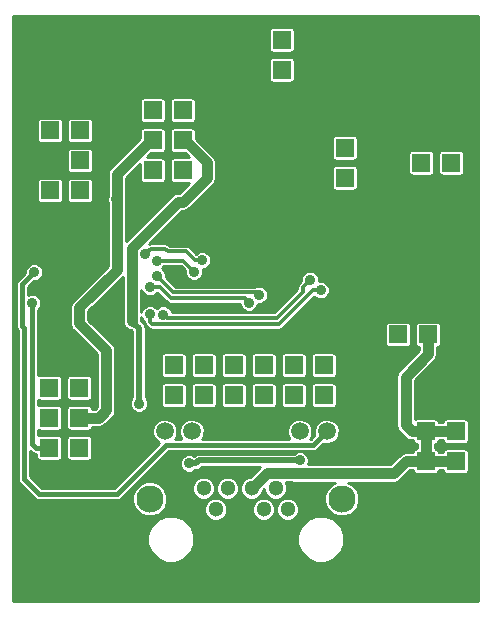
<source format=gbr>
G04 #@! TF.FileFunction,Copper,L1,Top,Signal*
%FSLAX46Y46*%
G04 Gerber Fmt 4.6, Leading zero omitted, Abs format (unit mm)*
G04 Created by KiCad (PCBNEW 0.201602161416+6560~42~ubuntu15.10.1-product) date St 17. únor 2016, 15:56:30 CET*
%MOMM*%
G01*
G04 APERTURE LIST*
%ADD10C,0.300000*%
%ADD11C,2.300000*%
%ADD12C,1.300000*%
%ADD13C,1.500000*%
%ADD14R,1.524000X1.524000*%
%ADD15C,6.000000*%
%ADD16C,0.890000*%
%ADD17C,0.900000*%
%ADD18C,0.400000*%
%ADD19C,0.500000*%
%ADD20C,0.254000*%
G04 APERTURE END LIST*
D10*
D11*
X28450000Y9272000D03*
X12190000Y9272000D03*
D12*
X17780000Y8382000D03*
X19810000Y8382000D03*
X21840000Y8382000D03*
X23870000Y8382000D03*
X16760000Y10162000D03*
X18790000Y10162000D03*
X20820000Y10162000D03*
X22850000Y10162000D03*
D13*
X27180000Y14982000D03*
X24890000Y14982000D03*
X15750000Y14982000D03*
X13460000Y14982000D03*
D14*
X35560000Y17526000D03*
X38100000Y17526000D03*
X35560000Y14986000D03*
X38100000Y14986000D03*
X35560000Y12446000D03*
X38100000Y12446000D03*
X35560000Y9906000D03*
X38100000Y9906000D03*
X14224000Y18034000D03*
X14224000Y20574000D03*
X16764000Y18034000D03*
X16764000Y20574000D03*
X19304000Y18034000D03*
X19304000Y20574000D03*
X21844000Y18034000D03*
X21844000Y20574000D03*
X24384000Y18034000D03*
X24384000Y20574000D03*
X26924000Y18034000D03*
X26924000Y20574000D03*
X35179000Y40259000D03*
X37719000Y40259000D03*
X35179000Y37719000D03*
X37719000Y37719000D03*
X35179000Y35179000D03*
X37719000Y35179000D03*
X28702000Y38989000D03*
X28702000Y36449000D03*
X14986000Y37084000D03*
X14986000Y39624000D03*
X14986000Y42164000D03*
X20828000Y45593000D03*
X20828000Y48133000D03*
X23368000Y45593000D03*
X23368000Y48133000D03*
X25908000Y45593000D03*
X25908000Y48133000D03*
X3746500Y37909500D03*
X6286500Y37909500D03*
X6286500Y40449500D03*
X3746500Y40449500D03*
X6223000Y21209000D03*
X3683000Y21209000D03*
X6223000Y13589000D03*
X3683000Y13589000D03*
X6223000Y16129000D03*
X3683000Y16129000D03*
X6223000Y18669000D03*
X3683000Y18669000D03*
X6223000Y11049000D03*
X3683000Y11049000D03*
D15*
X5080000Y45720000D03*
X35560000Y5080000D03*
X5080000Y5080000D03*
X35560000Y45720000D03*
D14*
X12446000Y37084000D03*
X12446000Y39624000D03*
X12446000Y42164000D03*
X33210500Y23177500D03*
X35750500Y23177500D03*
X6286500Y35369500D03*
X3746500Y35369500D03*
D16*
X23114000Y21844000D03*
X23114000Y22733000D03*
X12446000Y21463000D03*
X12700000Y20193000D03*
X16764000Y22034500D03*
X18478500Y22034500D03*
X12700000Y18796000D03*
X24892000Y12509500D03*
X15494000Y12255500D03*
X10673078Y24302720D03*
X11272520Y17332960D03*
X15013002Y34417000D03*
X6212840Y24109681D03*
X9372600Y34625278D03*
X2413000Y28448000D03*
X16637000Y29464000D03*
X11811000Y29972000D03*
X15924765Y28507789D03*
X12775132Y29436956D03*
X21443851Y26542524D03*
X12770702Y28160372D03*
X12192000Y27178000D03*
X20569627Y25875237D03*
X25776627Y27817373D03*
X13322300Y24866600D03*
X26670000Y26924000D03*
X12192000Y24892000D03*
X2225040Y25852120D03*
D17*
X24318897Y11462001D02*
X24366399Y11414499D01*
X20820000Y10162000D02*
X22120001Y11462001D01*
X22120001Y11462001D02*
X24318897Y11462001D01*
X24366399Y11414499D02*
X32866499Y11414499D01*
X32866499Y11414499D02*
X33898000Y12446000D01*
X33898000Y12446000D02*
X35560000Y12446000D01*
X35560000Y12446000D02*
X38100000Y12446000D01*
X35560000Y12446000D02*
X35560000Y14986000D01*
X35560000Y14986000D02*
X38100000Y14986000D01*
X35750500Y21515500D02*
X35750500Y23177500D01*
X33845500Y19610500D02*
X35750500Y21515500D01*
X33845500Y15494000D02*
X33845500Y19610500D01*
X34353500Y14986000D02*
X33845500Y15494000D01*
X35560000Y14986000D02*
X34353500Y14986000D01*
D18*
X23114000Y22733000D02*
X23124301Y21854301D01*
X23124301Y21854301D02*
X23114000Y21844000D01*
D10*
X12700000Y18796000D02*
X12636500Y21755100D01*
X12146001Y21163001D02*
X12446000Y21463000D01*
X12636500Y21755100D02*
X12146001Y21163001D01*
X18478500Y22034500D02*
X16764000Y22034500D01*
D19*
X24262675Y12509500D02*
X24892000Y12509500D01*
X16377325Y12509500D02*
X24262675Y12509500D01*
X16123325Y12255500D02*
X16377325Y12509500D01*
X15494000Y12255500D02*
X16123325Y12255500D01*
D17*
X14588738Y34417000D02*
X10673078Y30501340D01*
X15013002Y34417000D02*
X14588738Y34417000D01*
D19*
X11272520Y17332960D02*
X11272520Y23703278D01*
D17*
X10673078Y30501340D02*
X10673078Y24726984D01*
D19*
X10973077Y24002721D02*
X10673078Y24302720D01*
D17*
X10673078Y24726984D02*
X10673078Y24302720D01*
D19*
X11272520Y23703278D02*
X10973077Y24002721D01*
D17*
X17018000Y37746002D02*
X17018000Y36421998D01*
X17018000Y36421998D02*
X15013002Y34417000D01*
X14986000Y39624000D02*
X15140002Y39624000D01*
X15140002Y39624000D02*
X17018000Y37746002D01*
X8498949Y21823572D02*
X6512839Y23809682D01*
X8498949Y16742949D02*
X8498949Y21823572D01*
X7885000Y16129000D02*
X8498949Y16742949D01*
X6223000Y16129000D02*
X7885000Y16129000D01*
X6512839Y23809682D02*
X6212840Y24109681D01*
X9398000Y34639640D02*
X9398000Y28671520D01*
X9398000Y28671520D02*
X6212840Y25486360D01*
X6212840Y25486360D02*
X6212840Y24150320D01*
D19*
X9386962Y34639640D02*
X9372600Y34625278D01*
X9398000Y34639640D02*
X9386962Y34639640D01*
D17*
X9398000Y36730002D02*
X9398000Y34639640D01*
X12446000Y39624000D02*
X12291998Y39624000D01*
X12291998Y39624000D02*
X9398000Y36730002D01*
D18*
X1380039Y26035000D02*
X1380039Y23893999D01*
X1380039Y26257721D02*
X1380039Y26035000D01*
X1380039Y26035000D02*
X1380039Y27415039D01*
X1380039Y27415039D02*
X2413000Y28448000D01*
X1525038Y10962960D02*
X1525038Y23749000D01*
X1380039Y23893999D02*
X1525038Y23749000D01*
X9398000Y9652000D02*
X2835998Y9652000D01*
X26029999Y13831999D02*
X13577999Y13831999D01*
X13577999Y13831999D02*
X9398000Y9652000D01*
X27180000Y14982000D02*
X26029999Y13831999D01*
X2835998Y9652000D02*
X1525038Y10962960D01*
D10*
X16637000Y29464000D02*
X16007675Y29464000D01*
X12255999Y30416999D02*
X11811000Y29972000D01*
X16007675Y29464000D02*
X15263973Y30207702D01*
X15263973Y30207702D02*
X13716000Y30207702D01*
X13716000Y30207702D02*
X13506703Y30416999D01*
X13506703Y30416999D02*
X12255999Y30416999D01*
X14732000Y29436956D02*
X12775132Y29436956D01*
X15924765Y28507789D02*
X14995598Y29436956D01*
X14995598Y29436956D02*
X14732000Y29436956D01*
X21443851Y26542524D02*
X21252875Y26733500D01*
X21252875Y26733500D02*
X14197574Y26733500D01*
X14197574Y26733500D02*
X12770702Y28160372D01*
X20569627Y25875237D02*
X20219364Y26225500D01*
X12821325Y27178000D02*
X12192000Y27178000D01*
X20219364Y26225500D02*
X13970000Y26225500D01*
X13970000Y26225500D02*
X13023175Y27172325D01*
X13023175Y27172325D02*
X12827000Y27172325D01*
X12827000Y27172325D02*
X12821325Y27178000D01*
X13322300Y24866600D02*
X13614400Y24574500D01*
X13614400Y24574500D02*
X22950933Y24574500D01*
X22950933Y24574500D02*
X25173440Y26797007D01*
X25173440Y26797007D02*
X25173440Y27214186D01*
X25173440Y27214186D02*
X25776627Y27817373D01*
X26670000Y26924000D02*
X26007567Y26924000D01*
X26007567Y26924000D02*
X23155166Y24071599D01*
X23155166Y24071599D02*
X12383076Y24071599D01*
X12383076Y24071599D02*
X12192000Y24262675D01*
X12192000Y24262675D02*
X12192000Y24892000D01*
D18*
X2225040Y25427856D02*
X2225040Y25852120D01*
X2225040Y13884960D02*
X2225040Y25427856D01*
X2521000Y13589000D02*
X2225040Y13884960D01*
X3683000Y13589000D02*
X2521000Y13589000D01*
D20*
G36*
X40009000Y631000D02*
X631000Y631000D01*
X631000Y5450476D01*
X11992657Y5450476D01*
X12293003Y4723582D01*
X12848657Y4166958D01*
X13575025Y3865344D01*
X14361524Y3864657D01*
X15088418Y4165003D01*
X15645042Y4720657D01*
X15946656Y5447025D01*
X15946659Y5450476D01*
X24692657Y5450476D01*
X24993003Y4723582D01*
X25548657Y4166958D01*
X26275025Y3865344D01*
X27061524Y3864657D01*
X27788418Y4165003D01*
X28345042Y4720657D01*
X28646656Y5447025D01*
X28647343Y6233524D01*
X28346997Y6960418D01*
X27791343Y7517042D01*
X27064975Y7818656D01*
X26278476Y7819343D01*
X25551582Y7518997D01*
X24994958Y6963343D01*
X24693344Y6236975D01*
X24692657Y5450476D01*
X15946659Y5450476D01*
X15947343Y6233524D01*
X15646997Y6960418D01*
X15091343Y7517042D01*
X14364975Y7818656D01*
X13578476Y7819343D01*
X12851582Y7518997D01*
X12294958Y6963343D01*
X11993344Y6236975D01*
X11992657Y5450476D01*
X631000Y5450476D01*
X631000Y8979495D01*
X10712744Y8979495D01*
X10937130Y8436440D01*
X11352254Y8020591D01*
X11894918Y7795257D01*
X12482505Y7794744D01*
X13025560Y8019130D01*
X13195240Y8188515D01*
X16802830Y8188515D01*
X16951256Y7829297D01*
X17225851Y7554222D01*
X17584810Y7405170D01*
X17973485Y7404830D01*
X18332703Y7553256D01*
X18607778Y7827851D01*
X18756830Y8186810D01*
X18756831Y8188515D01*
X20862830Y8188515D01*
X21011256Y7829297D01*
X21285851Y7554222D01*
X21644810Y7405170D01*
X22033485Y7404830D01*
X22392703Y7553256D01*
X22667778Y7827851D01*
X22816830Y8186810D01*
X22816831Y8188515D01*
X22892830Y8188515D01*
X23041256Y7829297D01*
X23315851Y7554222D01*
X23674810Y7405170D01*
X24063485Y7404830D01*
X24422703Y7553256D01*
X24697778Y7827851D01*
X24846830Y8186810D01*
X24847170Y8575485D01*
X24698744Y8934703D01*
X24424149Y9209778D01*
X24065190Y9358830D01*
X23676515Y9359170D01*
X23317297Y9210744D01*
X23042222Y8936149D01*
X22893170Y8577190D01*
X22892830Y8188515D01*
X22816831Y8188515D01*
X22817170Y8575485D01*
X22668744Y8934703D01*
X22394149Y9209778D01*
X22035190Y9358830D01*
X21646515Y9359170D01*
X21287297Y9210744D01*
X21012222Y8936149D01*
X20863170Y8577190D01*
X20862830Y8188515D01*
X18756831Y8188515D01*
X18757170Y8575485D01*
X18608744Y8934703D01*
X18334149Y9209778D01*
X17975190Y9358830D01*
X17586515Y9359170D01*
X17227297Y9210744D01*
X16952222Y8936149D01*
X16803170Y8577190D01*
X16802830Y8188515D01*
X13195240Y8188515D01*
X13441409Y8434254D01*
X13666743Y8976918D01*
X13667256Y9564505D01*
X13500323Y9968515D01*
X15782830Y9968515D01*
X15931256Y9609297D01*
X16205851Y9334222D01*
X16564810Y9185170D01*
X16953485Y9184830D01*
X17312703Y9333256D01*
X17587778Y9607851D01*
X17736830Y9966810D01*
X17736831Y9968515D01*
X17812830Y9968515D01*
X17961256Y9609297D01*
X18235851Y9334222D01*
X18594810Y9185170D01*
X18983485Y9184830D01*
X19342703Y9333256D01*
X19617778Y9607851D01*
X19766830Y9966810D01*
X19767170Y10355485D01*
X19618744Y10714703D01*
X19344149Y10989778D01*
X18985190Y11138830D01*
X18596515Y11139170D01*
X18237297Y10990744D01*
X17962222Y10716149D01*
X17813170Y10357190D01*
X17812830Y9968515D01*
X17736831Y9968515D01*
X17737170Y10355485D01*
X17588744Y10714703D01*
X17314149Y10989778D01*
X16955190Y11138830D01*
X16566515Y11139170D01*
X16207297Y10990744D01*
X15932222Y10716149D01*
X15783170Y10357190D01*
X15782830Y9968515D01*
X13500323Y9968515D01*
X13442870Y10107560D01*
X13027746Y10523409D01*
X12485082Y10748743D01*
X11897495Y10749256D01*
X11354440Y10524870D01*
X10938591Y10109746D01*
X10713257Y9567082D01*
X10712744Y8979495D01*
X631000Y8979495D01*
X631000Y27415039D01*
X853039Y27415039D01*
X853039Y23893999D01*
X893154Y23692324D01*
X998038Y23535356D01*
X998038Y10962960D01*
X1038153Y10761285D01*
X1152393Y10590315D01*
X2463352Y9279355D01*
X2577592Y9203022D01*
X2634324Y9165115D01*
X2835998Y9125000D01*
X9398000Y9125000D01*
X9599675Y9165115D01*
X9770645Y9279355D01*
X12593903Y12102613D01*
X14721867Y12102613D01*
X14839149Y11818769D01*
X15056126Y11601412D01*
X15339766Y11483635D01*
X15646887Y11483367D01*
X15930731Y11600649D01*
X16008718Y11678500D01*
X16123320Y11678500D01*
X16123325Y11678499D01*
X16344133Y11722422D01*
X16531326Y11847499D01*
X16616327Y11932500D01*
X21491656Y11932500D01*
X20698263Y11139107D01*
X20626515Y11139170D01*
X20267297Y10990744D01*
X19992222Y10716149D01*
X19843170Y10357190D01*
X19842830Y9968515D01*
X19991256Y9609297D01*
X20265851Y9334222D01*
X20624810Y9185170D01*
X21013485Y9184830D01*
X21372703Y9333256D01*
X21647778Y9607851D01*
X21796830Y9966810D01*
X21796894Y10040050D01*
X21872959Y10116115D01*
X21872830Y9968515D01*
X22021256Y9609297D01*
X22295851Y9334222D01*
X22654810Y9185170D01*
X23043485Y9184830D01*
X23402703Y9333256D01*
X23677778Y9607851D01*
X23826830Y9966810D01*
X23827170Y10355485D01*
X23691017Y10685001D01*
X24127592Y10685001D01*
X24366399Y10637499D01*
X27887023Y10637499D01*
X27614440Y10524870D01*
X27198591Y10109746D01*
X26973257Y9567082D01*
X26972744Y8979495D01*
X27197130Y8436440D01*
X27612254Y8020591D01*
X28154918Y7795257D01*
X28742505Y7794744D01*
X29285560Y8019130D01*
X29701409Y8434254D01*
X29926743Y8976918D01*
X29927256Y9564505D01*
X29702870Y10107560D01*
X29287746Y10523409D01*
X29012987Y10637499D01*
X32866499Y10637499D01*
X33163844Y10696645D01*
X33415921Y10865077D01*
X34219844Y11669000D01*
X34467578Y11669000D01*
X34489973Y11556411D01*
X34562246Y11448246D01*
X34670411Y11375973D01*
X34798000Y11350594D01*
X36322000Y11350594D01*
X36449589Y11375973D01*
X36557754Y11448246D01*
X36630027Y11556411D01*
X36652422Y11669000D01*
X37007578Y11669000D01*
X37029973Y11556411D01*
X37102246Y11448246D01*
X37210411Y11375973D01*
X37338000Y11350594D01*
X38862000Y11350594D01*
X38989589Y11375973D01*
X39097754Y11448246D01*
X39170027Y11556411D01*
X39195406Y11684000D01*
X39195406Y13208000D01*
X39170027Y13335589D01*
X39097754Y13443754D01*
X38989589Y13516027D01*
X38862000Y13541406D01*
X37338000Y13541406D01*
X37210411Y13516027D01*
X37102246Y13443754D01*
X37029973Y13335589D01*
X37007578Y13223000D01*
X36652422Y13223000D01*
X36630027Y13335589D01*
X36557754Y13443754D01*
X36449589Y13516027D01*
X36337000Y13538422D01*
X36337000Y13893578D01*
X36449589Y13915973D01*
X36557754Y13988246D01*
X36630027Y14096411D01*
X36652422Y14209000D01*
X37007578Y14209000D01*
X37029973Y14096411D01*
X37102246Y13988246D01*
X37210411Y13915973D01*
X37338000Y13890594D01*
X38862000Y13890594D01*
X38989589Y13915973D01*
X39097754Y13988246D01*
X39170027Y14096411D01*
X39195406Y14224000D01*
X39195406Y15748000D01*
X39170027Y15875589D01*
X39097754Y15983754D01*
X38989589Y16056027D01*
X38862000Y16081406D01*
X37338000Y16081406D01*
X37210411Y16056027D01*
X37102246Y15983754D01*
X37029973Y15875589D01*
X37007578Y15763000D01*
X36652422Y15763000D01*
X36630027Y15875589D01*
X36557754Y15983754D01*
X36449589Y16056027D01*
X36322000Y16081406D01*
X34798000Y16081406D01*
X34670411Y16056027D01*
X34622500Y16024014D01*
X34622500Y19288656D01*
X36299922Y20966078D01*
X36468354Y21218155D01*
X36527500Y21515500D01*
X36527500Y22085078D01*
X36640089Y22107473D01*
X36748254Y22179746D01*
X36820527Y22287911D01*
X36845906Y22415500D01*
X36845906Y23939500D01*
X36820527Y24067089D01*
X36748254Y24175254D01*
X36640089Y24247527D01*
X36512500Y24272906D01*
X34988500Y24272906D01*
X34860911Y24247527D01*
X34752746Y24175254D01*
X34680473Y24067089D01*
X34655094Y23939500D01*
X34655094Y22415500D01*
X34680473Y22287911D01*
X34752746Y22179746D01*
X34860911Y22107473D01*
X34973500Y22085078D01*
X34973500Y21837344D01*
X33296078Y20159922D01*
X33127646Y19907845D01*
X33068500Y19610500D01*
X33068500Y15494000D01*
X33127646Y15196655D01*
X33296078Y14944578D01*
X33804078Y14436578D01*
X34056155Y14268146D01*
X34353500Y14209000D01*
X34467578Y14209000D01*
X34489973Y14096411D01*
X34562246Y13988246D01*
X34670411Y13915973D01*
X34783000Y13893578D01*
X34783000Y13538422D01*
X34670411Y13516027D01*
X34562246Y13443754D01*
X34489973Y13335589D01*
X34467578Y13223000D01*
X33898000Y13223000D01*
X33600655Y13163854D01*
X33348578Y12995422D01*
X32544655Y12191499D01*
X25595863Y12191499D01*
X25663865Y12355266D01*
X25664133Y12662387D01*
X25546851Y12946231D01*
X25329874Y13163588D01*
X25046234Y13281365D01*
X24739113Y13281633D01*
X24455269Y13164351D01*
X24377282Y13086500D01*
X16377325Y13086500D01*
X16156517Y13042578D01*
X15969324Y12917501D01*
X15969322Y12917498D01*
X15946630Y12894806D01*
X15931874Y12909588D01*
X15648234Y13027365D01*
X15341113Y13027633D01*
X15057269Y12910351D01*
X14839912Y12693374D01*
X14722135Y12409734D01*
X14721867Y12102613D01*
X12593903Y12102613D01*
X13796289Y13304999D01*
X26029999Y13304999D01*
X26231674Y13345114D01*
X26402644Y13459354D01*
X26882616Y13939326D01*
X26964832Y13905187D01*
X27393289Y13904813D01*
X27789275Y14068431D01*
X28092504Y14371132D01*
X28256813Y14766832D01*
X28257187Y15195289D01*
X28093569Y15591275D01*
X27790868Y15894504D01*
X27395168Y16058813D01*
X26966711Y16059187D01*
X26570725Y15895569D01*
X26267496Y15592868D01*
X26103187Y15197168D01*
X26102813Y14768711D01*
X26137492Y14684782D01*
X25811709Y14358999D01*
X25790350Y14358999D01*
X25802504Y14371132D01*
X25966813Y14766832D01*
X25967187Y15195289D01*
X25803569Y15591275D01*
X25500868Y15894504D01*
X25105168Y16058813D01*
X24676711Y16059187D01*
X24280725Y15895569D01*
X23977496Y15592868D01*
X23813187Y15197168D01*
X23812813Y14768711D01*
X23976431Y14372725D01*
X23990133Y14358999D01*
X16650350Y14358999D01*
X16662504Y14371132D01*
X16826813Y14766832D01*
X16827187Y15195289D01*
X16663569Y15591275D01*
X16360868Y15894504D01*
X15965168Y16058813D01*
X15536711Y16059187D01*
X15140725Y15895569D01*
X14837496Y15592868D01*
X14673187Y15197168D01*
X14672813Y14768711D01*
X14836431Y14372725D01*
X14850133Y14358999D01*
X14360350Y14358999D01*
X14372504Y14371132D01*
X14536813Y14766832D01*
X14537187Y15195289D01*
X14373569Y15591275D01*
X14070868Y15894504D01*
X13675168Y16058813D01*
X13246711Y16059187D01*
X12850725Y15895569D01*
X12547496Y15592868D01*
X12383187Y15197168D01*
X12382813Y14768711D01*
X12546431Y14372725D01*
X12849132Y14069496D01*
X13005342Y14004632D01*
X9179710Y10179000D01*
X3054289Y10179000D01*
X2052038Y11181250D01*
X2052038Y13312671D01*
X2148355Y13216354D01*
X2319326Y13102115D01*
X2521000Y13062000D01*
X2587594Y13062000D01*
X2587594Y12827000D01*
X2612973Y12699411D01*
X2685246Y12591246D01*
X2793411Y12518973D01*
X2921000Y12493594D01*
X4445000Y12493594D01*
X4572589Y12518973D01*
X4680754Y12591246D01*
X4753027Y12699411D01*
X4778406Y12827000D01*
X4778406Y14351000D01*
X5127594Y14351000D01*
X5127594Y12827000D01*
X5152973Y12699411D01*
X5225246Y12591246D01*
X5333411Y12518973D01*
X5461000Y12493594D01*
X6985000Y12493594D01*
X7112589Y12518973D01*
X7220754Y12591246D01*
X7293027Y12699411D01*
X7318406Y12827000D01*
X7318406Y14351000D01*
X7293027Y14478589D01*
X7220754Y14586754D01*
X7112589Y14659027D01*
X6985000Y14684406D01*
X5461000Y14684406D01*
X5333411Y14659027D01*
X5225246Y14586754D01*
X5152973Y14478589D01*
X5127594Y14351000D01*
X4778406Y14351000D01*
X4753027Y14478589D01*
X4680754Y14586754D01*
X4572589Y14659027D01*
X4445000Y14684406D01*
X2921000Y14684406D01*
X2793411Y14659027D01*
X2752040Y14631384D01*
X2752040Y15086616D01*
X2793411Y15058973D01*
X2921000Y15033594D01*
X4445000Y15033594D01*
X4572589Y15058973D01*
X4680754Y15131246D01*
X4753027Y15239411D01*
X4778406Y15367000D01*
X4778406Y16891000D01*
X5127594Y16891000D01*
X5127594Y15367000D01*
X5152973Y15239411D01*
X5225246Y15131246D01*
X5333411Y15058973D01*
X5461000Y15033594D01*
X6985000Y15033594D01*
X7112589Y15058973D01*
X7220754Y15131246D01*
X7293027Y15239411D01*
X7315422Y15352000D01*
X7885000Y15352000D01*
X8182345Y15411146D01*
X8434422Y15579578D01*
X9048371Y16193527D01*
X9216803Y16445604D01*
X9275949Y16742949D01*
X9275949Y21823572D01*
X9216803Y22120917D01*
X9048371Y22372994D01*
X6989840Y24431525D01*
X6989840Y25164516D01*
X9896078Y28070754D01*
X9896078Y24302720D01*
X9901057Y24277691D01*
X9900945Y24149833D01*
X9950202Y24030622D01*
X9955224Y24005375D01*
X9969400Y23984159D01*
X10018227Y23865989D01*
X10109354Y23774702D01*
X10123656Y23753298D01*
X10144873Y23739121D01*
X10235204Y23648632D01*
X10354331Y23599167D01*
X10375733Y23584866D01*
X10400759Y23579888D01*
X10518844Y23530855D01*
X10629037Y23530759D01*
X10695520Y23464276D01*
X10695520Y17847787D01*
X10618432Y17770834D01*
X10500655Y17487194D01*
X10500387Y17180073D01*
X10617669Y16896229D01*
X10834646Y16678872D01*
X11118286Y16561095D01*
X11425407Y16560827D01*
X11709251Y16678109D01*
X11926608Y16895086D01*
X12044385Y17178726D01*
X12044653Y17485847D01*
X11927371Y17769691D01*
X11849520Y17847678D01*
X11849520Y18796000D01*
X13128594Y18796000D01*
X13128594Y17272000D01*
X13153973Y17144411D01*
X13226246Y17036246D01*
X13334411Y16963973D01*
X13462000Y16938594D01*
X14986000Y16938594D01*
X15113589Y16963973D01*
X15221754Y17036246D01*
X15294027Y17144411D01*
X15319406Y17272000D01*
X15319406Y18796000D01*
X15668594Y18796000D01*
X15668594Y17272000D01*
X15693973Y17144411D01*
X15766246Y17036246D01*
X15874411Y16963973D01*
X16002000Y16938594D01*
X17526000Y16938594D01*
X17653589Y16963973D01*
X17761754Y17036246D01*
X17834027Y17144411D01*
X17859406Y17272000D01*
X17859406Y18796000D01*
X18208594Y18796000D01*
X18208594Y17272000D01*
X18233973Y17144411D01*
X18306246Y17036246D01*
X18414411Y16963973D01*
X18542000Y16938594D01*
X20066000Y16938594D01*
X20193589Y16963973D01*
X20301754Y17036246D01*
X20374027Y17144411D01*
X20399406Y17272000D01*
X20399406Y18796000D01*
X20748594Y18796000D01*
X20748594Y17272000D01*
X20773973Y17144411D01*
X20846246Y17036246D01*
X20954411Y16963973D01*
X21082000Y16938594D01*
X22606000Y16938594D01*
X22733589Y16963973D01*
X22841754Y17036246D01*
X22914027Y17144411D01*
X22939406Y17272000D01*
X22939406Y18796000D01*
X23288594Y18796000D01*
X23288594Y17272000D01*
X23313973Y17144411D01*
X23386246Y17036246D01*
X23494411Y16963973D01*
X23622000Y16938594D01*
X25146000Y16938594D01*
X25273589Y16963973D01*
X25381754Y17036246D01*
X25454027Y17144411D01*
X25479406Y17272000D01*
X25479406Y18796000D01*
X25828594Y18796000D01*
X25828594Y17272000D01*
X25853973Y17144411D01*
X25926246Y17036246D01*
X26034411Y16963973D01*
X26162000Y16938594D01*
X27686000Y16938594D01*
X27813589Y16963973D01*
X27921754Y17036246D01*
X27994027Y17144411D01*
X28019406Y17272000D01*
X28019406Y18796000D01*
X27994027Y18923589D01*
X27921754Y19031754D01*
X27813589Y19104027D01*
X27686000Y19129406D01*
X26162000Y19129406D01*
X26034411Y19104027D01*
X25926246Y19031754D01*
X25853973Y18923589D01*
X25828594Y18796000D01*
X25479406Y18796000D01*
X25454027Y18923589D01*
X25381754Y19031754D01*
X25273589Y19104027D01*
X25146000Y19129406D01*
X23622000Y19129406D01*
X23494411Y19104027D01*
X23386246Y19031754D01*
X23313973Y18923589D01*
X23288594Y18796000D01*
X22939406Y18796000D01*
X22914027Y18923589D01*
X22841754Y19031754D01*
X22733589Y19104027D01*
X22606000Y19129406D01*
X21082000Y19129406D01*
X20954411Y19104027D01*
X20846246Y19031754D01*
X20773973Y18923589D01*
X20748594Y18796000D01*
X20399406Y18796000D01*
X20374027Y18923589D01*
X20301754Y19031754D01*
X20193589Y19104027D01*
X20066000Y19129406D01*
X18542000Y19129406D01*
X18414411Y19104027D01*
X18306246Y19031754D01*
X18233973Y18923589D01*
X18208594Y18796000D01*
X17859406Y18796000D01*
X17834027Y18923589D01*
X17761754Y19031754D01*
X17653589Y19104027D01*
X17526000Y19129406D01*
X16002000Y19129406D01*
X15874411Y19104027D01*
X15766246Y19031754D01*
X15693973Y18923589D01*
X15668594Y18796000D01*
X15319406Y18796000D01*
X15294027Y18923589D01*
X15221754Y19031754D01*
X15113589Y19104027D01*
X14986000Y19129406D01*
X13462000Y19129406D01*
X13334411Y19104027D01*
X13226246Y19031754D01*
X13153973Y18923589D01*
X13128594Y18796000D01*
X11849520Y18796000D01*
X11849520Y21336000D01*
X13128594Y21336000D01*
X13128594Y19812000D01*
X13153973Y19684411D01*
X13226246Y19576246D01*
X13334411Y19503973D01*
X13462000Y19478594D01*
X14986000Y19478594D01*
X15113589Y19503973D01*
X15221754Y19576246D01*
X15294027Y19684411D01*
X15319406Y19812000D01*
X15319406Y21336000D01*
X15668594Y21336000D01*
X15668594Y19812000D01*
X15693973Y19684411D01*
X15766246Y19576246D01*
X15874411Y19503973D01*
X16002000Y19478594D01*
X17526000Y19478594D01*
X17653589Y19503973D01*
X17761754Y19576246D01*
X17834027Y19684411D01*
X17859406Y19812000D01*
X17859406Y21336000D01*
X18208594Y21336000D01*
X18208594Y19812000D01*
X18233973Y19684411D01*
X18306246Y19576246D01*
X18414411Y19503973D01*
X18542000Y19478594D01*
X20066000Y19478594D01*
X20193589Y19503973D01*
X20301754Y19576246D01*
X20374027Y19684411D01*
X20399406Y19812000D01*
X20399406Y21336000D01*
X20748594Y21336000D01*
X20748594Y19812000D01*
X20773973Y19684411D01*
X20846246Y19576246D01*
X20954411Y19503973D01*
X21082000Y19478594D01*
X22606000Y19478594D01*
X22733589Y19503973D01*
X22841754Y19576246D01*
X22914027Y19684411D01*
X22939406Y19812000D01*
X22939406Y21336000D01*
X23288594Y21336000D01*
X23288594Y19812000D01*
X23313973Y19684411D01*
X23386246Y19576246D01*
X23494411Y19503973D01*
X23622000Y19478594D01*
X25146000Y19478594D01*
X25273589Y19503973D01*
X25381754Y19576246D01*
X25454027Y19684411D01*
X25479406Y19812000D01*
X25479406Y21336000D01*
X25828594Y21336000D01*
X25828594Y19812000D01*
X25853973Y19684411D01*
X25926246Y19576246D01*
X26034411Y19503973D01*
X26162000Y19478594D01*
X27686000Y19478594D01*
X27813589Y19503973D01*
X27921754Y19576246D01*
X27994027Y19684411D01*
X28019406Y19812000D01*
X28019406Y21336000D01*
X27994027Y21463589D01*
X27921754Y21571754D01*
X27813589Y21644027D01*
X27686000Y21669406D01*
X26162000Y21669406D01*
X26034411Y21644027D01*
X25926246Y21571754D01*
X25853973Y21463589D01*
X25828594Y21336000D01*
X25479406Y21336000D01*
X25454027Y21463589D01*
X25381754Y21571754D01*
X25273589Y21644027D01*
X25146000Y21669406D01*
X23622000Y21669406D01*
X23494411Y21644027D01*
X23386246Y21571754D01*
X23313973Y21463589D01*
X23288594Y21336000D01*
X22939406Y21336000D01*
X22914027Y21463589D01*
X22841754Y21571754D01*
X22733589Y21644027D01*
X22606000Y21669406D01*
X21082000Y21669406D01*
X20954411Y21644027D01*
X20846246Y21571754D01*
X20773973Y21463589D01*
X20748594Y21336000D01*
X20399406Y21336000D01*
X20374027Y21463589D01*
X20301754Y21571754D01*
X20193589Y21644027D01*
X20066000Y21669406D01*
X18542000Y21669406D01*
X18414411Y21644027D01*
X18306246Y21571754D01*
X18233973Y21463589D01*
X18208594Y21336000D01*
X17859406Y21336000D01*
X17834027Y21463589D01*
X17761754Y21571754D01*
X17653589Y21644027D01*
X17526000Y21669406D01*
X16002000Y21669406D01*
X15874411Y21644027D01*
X15766246Y21571754D01*
X15693973Y21463589D01*
X15668594Y21336000D01*
X15319406Y21336000D01*
X15294027Y21463589D01*
X15221754Y21571754D01*
X15113589Y21644027D01*
X14986000Y21669406D01*
X13462000Y21669406D01*
X13334411Y21644027D01*
X13226246Y21571754D01*
X13153973Y21463589D01*
X13128594Y21336000D01*
X11849520Y21336000D01*
X11849520Y23703278D01*
X11805598Y23924086D01*
X11680521Y24111279D01*
X11680518Y24111281D01*
X11450078Y24341722D01*
X11450078Y24665997D01*
X11537149Y24455269D01*
X11715000Y24277107D01*
X11715000Y24262675D01*
X11751309Y24080135D01*
X11854710Y23925385D01*
X12045786Y23734309D01*
X12200535Y23630908D01*
X12383076Y23594599D01*
X23155166Y23594599D01*
X23337706Y23630908D01*
X23492456Y23734309D01*
X23697647Y23939500D01*
X32115094Y23939500D01*
X32115094Y22415500D01*
X32140473Y22287911D01*
X32212746Y22179746D01*
X32320911Y22107473D01*
X32448500Y22082094D01*
X33972500Y22082094D01*
X34100089Y22107473D01*
X34208254Y22179746D01*
X34280527Y22287911D01*
X34305906Y22415500D01*
X34305906Y23939500D01*
X34280527Y24067089D01*
X34208254Y24175254D01*
X34100089Y24247527D01*
X33972500Y24272906D01*
X32448500Y24272906D01*
X32320911Y24247527D01*
X32212746Y24175254D01*
X32140473Y24067089D01*
X32115094Y23939500D01*
X23697647Y23939500D01*
X26130182Y26372035D01*
X26232126Y26269912D01*
X26515766Y26152135D01*
X26822887Y26151867D01*
X27106731Y26269149D01*
X27324088Y26486126D01*
X27441865Y26769766D01*
X27442133Y27076887D01*
X27324851Y27360731D01*
X27107874Y27578088D01*
X26824234Y27695865D01*
X26548521Y27696106D01*
X26548760Y27970260D01*
X26431478Y28254104D01*
X26214501Y28471461D01*
X25930861Y28589238D01*
X25623740Y28589506D01*
X25339896Y28472224D01*
X25122539Y28255247D01*
X25004762Y27971607D01*
X25004542Y27719868D01*
X24836150Y27551476D01*
X24732749Y27396726D01*
X24696440Y27214186D01*
X24696440Y26994587D01*
X22753353Y25051500D01*
X14081205Y25051500D01*
X13977151Y25303331D01*
X13760174Y25520688D01*
X13476534Y25638465D01*
X13169413Y25638733D01*
X12885569Y25521451D01*
X12769816Y25405901D01*
X12629874Y25546088D01*
X12346234Y25663865D01*
X12039113Y25664133D01*
X11755269Y25546851D01*
X11537912Y25329874D01*
X11450078Y25118345D01*
X11450078Y26951997D01*
X11537149Y26741269D01*
X11754126Y26523912D01*
X12037766Y26406135D01*
X12344887Y26405867D01*
X12628731Y26523149D01*
X12805494Y26699603D01*
X12825246Y26695674D01*
X13632710Y25888210D01*
X13787460Y25784809D01*
X13970000Y25748500D01*
X19797517Y25748500D01*
X19797494Y25722350D01*
X19914776Y25438506D01*
X20131753Y25221149D01*
X20415393Y25103372D01*
X20722514Y25103104D01*
X21006358Y25220386D01*
X21223715Y25437363D01*
X21341492Y25721003D01*
X21341535Y25770614D01*
X21596738Y25770391D01*
X21880582Y25887673D01*
X22097939Y26104650D01*
X22215716Y26388290D01*
X22215984Y26695411D01*
X22098702Y26979255D01*
X21881725Y27196612D01*
X21598085Y27314389D01*
X21290964Y27314657D01*
X21038885Y27210500D01*
X14395154Y27210500D01*
X13542617Y28063037D01*
X13542835Y28313259D01*
X13425553Y28597103D01*
X13226394Y28796611D01*
X13390025Y28959956D01*
X14798018Y28959956D01*
X15152850Y28605124D01*
X15152632Y28354902D01*
X15269914Y28071058D01*
X15486891Y27853701D01*
X15770531Y27735924D01*
X16077652Y27735656D01*
X16361496Y27852938D01*
X16578853Y28069915D01*
X16696630Y28353555D01*
X16696898Y28660676D01*
X16683972Y28691959D01*
X16789887Y28691867D01*
X17073731Y28809149D01*
X17291088Y29026126D01*
X17408865Y29309766D01*
X17409133Y29616887D01*
X17291851Y29900731D01*
X17074874Y30118088D01*
X16791234Y30235865D01*
X16484113Y30236133D01*
X16200269Y30118851D01*
X16113761Y30032494D01*
X15601263Y30544992D01*
X15446513Y30648393D01*
X15263973Y30684702D01*
X13913580Y30684702D01*
X13843993Y30754289D01*
X13689243Y30857690D01*
X13506703Y30893999D01*
X12255999Y30893999D01*
X12141882Y30871300D01*
X14910582Y33640000D01*
X15013002Y33640000D01*
X15038031Y33644979D01*
X15165889Y33644867D01*
X15285100Y33694124D01*
X15310347Y33699146D01*
X15331563Y33713322D01*
X15449733Y33762149D01*
X15541020Y33853276D01*
X15562424Y33867578D01*
X17567422Y35872576D01*
X17735854Y36124653D01*
X17795000Y36421998D01*
X17795000Y37211000D01*
X27606594Y37211000D01*
X27606594Y35687000D01*
X27631973Y35559411D01*
X27704246Y35451246D01*
X27812411Y35378973D01*
X27940000Y35353594D01*
X29464000Y35353594D01*
X29591589Y35378973D01*
X29699754Y35451246D01*
X29772027Y35559411D01*
X29797406Y35687000D01*
X29797406Y37211000D01*
X29772027Y37338589D01*
X29699754Y37446754D01*
X29591589Y37519027D01*
X29464000Y37544406D01*
X27940000Y37544406D01*
X27812411Y37519027D01*
X27704246Y37446754D01*
X27631973Y37338589D01*
X27606594Y37211000D01*
X17795000Y37211000D01*
X17795000Y37746002D01*
X17735854Y38043347D01*
X17567422Y38295424D01*
X16111846Y39751000D01*
X27606594Y39751000D01*
X27606594Y38227000D01*
X27631973Y38099411D01*
X27704246Y37991246D01*
X27812411Y37918973D01*
X27940000Y37893594D01*
X29464000Y37893594D01*
X29591589Y37918973D01*
X29699754Y37991246D01*
X29772027Y38099411D01*
X29797406Y38227000D01*
X29797406Y38481000D01*
X34083594Y38481000D01*
X34083594Y36957000D01*
X34108973Y36829411D01*
X34181246Y36721246D01*
X34289411Y36648973D01*
X34417000Y36623594D01*
X35941000Y36623594D01*
X36068589Y36648973D01*
X36176754Y36721246D01*
X36249027Y36829411D01*
X36274406Y36957000D01*
X36274406Y38481000D01*
X36623594Y38481000D01*
X36623594Y36957000D01*
X36648973Y36829411D01*
X36721246Y36721246D01*
X36829411Y36648973D01*
X36957000Y36623594D01*
X38481000Y36623594D01*
X38608589Y36648973D01*
X38716754Y36721246D01*
X38789027Y36829411D01*
X38814406Y36957000D01*
X38814406Y38481000D01*
X38789027Y38608589D01*
X38716754Y38716754D01*
X38608589Y38789027D01*
X38481000Y38814406D01*
X36957000Y38814406D01*
X36829411Y38789027D01*
X36721246Y38716754D01*
X36648973Y38608589D01*
X36623594Y38481000D01*
X36274406Y38481000D01*
X36249027Y38608589D01*
X36176754Y38716754D01*
X36068589Y38789027D01*
X35941000Y38814406D01*
X34417000Y38814406D01*
X34289411Y38789027D01*
X34181246Y38716754D01*
X34108973Y38608589D01*
X34083594Y38481000D01*
X29797406Y38481000D01*
X29797406Y39751000D01*
X29772027Y39878589D01*
X29699754Y39986754D01*
X29591589Y40059027D01*
X29464000Y40084406D01*
X27940000Y40084406D01*
X27812411Y40059027D01*
X27704246Y39986754D01*
X27631973Y39878589D01*
X27606594Y39751000D01*
X16111846Y39751000D01*
X16081406Y39781440D01*
X16081406Y40386000D01*
X16056027Y40513589D01*
X15983754Y40621754D01*
X15875589Y40694027D01*
X15748000Y40719406D01*
X14224000Y40719406D01*
X14096411Y40694027D01*
X13988246Y40621754D01*
X13915973Y40513589D01*
X13890594Y40386000D01*
X13890594Y38862000D01*
X13915973Y38734411D01*
X13988246Y38626246D01*
X14096411Y38553973D01*
X14224000Y38528594D01*
X15136564Y38528594D01*
X15485752Y38179406D01*
X14224000Y38179406D01*
X14096411Y38154027D01*
X13988246Y38081754D01*
X13915973Y37973589D01*
X13890594Y37846000D01*
X13890594Y36322000D01*
X13915973Y36194411D01*
X13988246Y36086246D01*
X14096411Y36013973D01*
X14224000Y35988594D01*
X15485752Y35988594D01*
X14691158Y35194000D01*
X14588738Y35194000D01*
X14291393Y35134854D01*
X14039316Y34966422D01*
X10175000Y31102106D01*
X10175000Y36408158D01*
X11350594Y37583752D01*
X11350594Y36322000D01*
X11375973Y36194411D01*
X11448246Y36086246D01*
X11556411Y36013973D01*
X11684000Y35988594D01*
X13208000Y35988594D01*
X13335589Y36013973D01*
X13443754Y36086246D01*
X13516027Y36194411D01*
X13541406Y36322000D01*
X13541406Y37846000D01*
X13516027Y37973589D01*
X13443754Y38081754D01*
X13335589Y38154027D01*
X13208000Y38179406D01*
X11946248Y38179406D01*
X12295436Y38528594D01*
X13208000Y38528594D01*
X13335589Y38553973D01*
X13443754Y38626246D01*
X13516027Y38734411D01*
X13541406Y38862000D01*
X13541406Y40386000D01*
X13516027Y40513589D01*
X13443754Y40621754D01*
X13335589Y40694027D01*
X13208000Y40719406D01*
X11684000Y40719406D01*
X11556411Y40694027D01*
X11448246Y40621754D01*
X11375973Y40513589D01*
X11350594Y40386000D01*
X11350594Y39781440D01*
X8848578Y37279424D01*
X8680146Y37027347D01*
X8621000Y36730002D01*
X8621000Y34828316D01*
X8600735Y34779512D01*
X8600467Y34472391D01*
X8621000Y34422697D01*
X8621000Y28993364D01*
X5663418Y26035782D01*
X5494986Y25783705D01*
X5435840Y25486360D01*
X5435840Y24150320D01*
X5439882Y24130001D01*
X5435840Y24109681D01*
X5440819Y24084652D01*
X5440707Y23956794D01*
X5489964Y23837583D01*
X5494986Y23812336D01*
X5509162Y23791120D01*
X5557989Y23672950D01*
X5649116Y23581663D01*
X5663418Y23560259D01*
X7721949Y21501728D01*
X7721949Y17064793D01*
X7563156Y16906000D01*
X7315422Y16906000D01*
X7293027Y17018589D01*
X7220754Y17126754D01*
X7112589Y17199027D01*
X6985000Y17224406D01*
X5461000Y17224406D01*
X5333411Y17199027D01*
X5225246Y17126754D01*
X5152973Y17018589D01*
X5127594Y16891000D01*
X4778406Y16891000D01*
X4753027Y17018589D01*
X4680754Y17126754D01*
X4572589Y17199027D01*
X4445000Y17224406D01*
X2921000Y17224406D01*
X2793411Y17199027D01*
X2752040Y17171384D01*
X2752040Y17626616D01*
X2793411Y17598973D01*
X2921000Y17573594D01*
X4445000Y17573594D01*
X4572589Y17598973D01*
X4680754Y17671246D01*
X4753027Y17779411D01*
X4778406Y17907000D01*
X4778406Y19431000D01*
X5127594Y19431000D01*
X5127594Y17907000D01*
X5152973Y17779411D01*
X5225246Y17671246D01*
X5333411Y17598973D01*
X5461000Y17573594D01*
X6985000Y17573594D01*
X7112589Y17598973D01*
X7220754Y17671246D01*
X7293027Y17779411D01*
X7318406Y17907000D01*
X7318406Y19431000D01*
X7293027Y19558589D01*
X7220754Y19666754D01*
X7112589Y19739027D01*
X6985000Y19764406D01*
X5461000Y19764406D01*
X5333411Y19739027D01*
X5225246Y19666754D01*
X5152973Y19558589D01*
X5127594Y19431000D01*
X4778406Y19431000D01*
X4753027Y19558589D01*
X4680754Y19666754D01*
X4572589Y19739027D01*
X4445000Y19764406D01*
X2921000Y19764406D01*
X2793411Y19739027D01*
X2752040Y19711384D01*
X2752040Y25287380D01*
X2879128Y25414246D01*
X2996905Y25697886D01*
X2997173Y26005007D01*
X2879891Y26288851D01*
X2662914Y26506208D01*
X2379274Y26623985D01*
X2072153Y26624253D01*
X1907039Y26556029D01*
X1907039Y27196749D01*
X2386314Y27676024D01*
X2565887Y27675867D01*
X2849731Y27793149D01*
X3067088Y28010126D01*
X3184865Y28293766D01*
X3185133Y28600887D01*
X3067851Y28884731D01*
X2850874Y29102088D01*
X2567234Y29219865D01*
X2260113Y29220133D01*
X1976269Y29102851D01*
X1758912Y28885874D01*
X1641135Y28602234D01*
X1640977Y28421268D01*
X1007394Y27787684D01*
X893154Y27616714D01*
X871037Y27505521D01*
X853039Y27415039D01*
X631000Y27415039D01*
X631000Y36131500D01*
X2651094Y36131500D01*
X2651094Y34607500D01*
X2676473Y34479911D01*
X2748746Y34371746D01*
X2856911Y34299473D01*
X2984500Y34274094D01*
X4508500Y34274094D01*
X4636089Y34299473D01*
X4744254Y34371746D01*
X4816527Y34479911D01*
X4841906Y34607500D01*
X4841906Y36131500D01*
X5191094Y36131500D01*
X5191094Y34607500D01*
X5216473Y34479911D01*
X5288746Y34371746D01*
X5396911Y34299473D01*
X5524500Y34274094D01*
X7048500Y34274094D01*
X7176089Y34299473D01*
X7284254Y34371746D01*
X7356527Y34479911D01*
X7381906Y34607500D01*
X7381906Y36131500D01*
X7356527Y36259089D01*
X7284254Y36367254D01*
X7176089Y36439527D01*
X7048500Y36464906D01*
X5524500Y36464906D01*
X5396911Y36439527D01*
X5288746Y36367254D01*
X5216473Y36259089D01*
X5191094Y36131500D01*
X4841906Y36131500D01*
X4816527Y36259089D01*
X4744254Y36367254D01*
X4636089Y36439527D01*
X4508500Y36464906D01*
X2984500Y36464906D01*
X2856911Y36439527D01*
X2748746Y36367254D01*
X2676473Y36259089D01*
X2651094Y36131500D01*
X631000Y36131500D01*
X631000Y38671500D01*
X5191094Y38671500D01*
X5191094Y37147500D01*
X5216473Y37019911D01*
X5288746Y36911746D01*
X5396911Y36839473D01*
X5524500Y36814094D01*
X7048500Y36814094D01*
X7176089Y36839473D01*
X7284254Y36911746D01*
X7356527Y37019911D01*
X7381906Y37147500D01*
X7381906Y38671500D01*
X7356527Y38799089D01*
X7284254Y38907254D01*
X7176089Y38979527D01*
X7048500Y39004906D01*
X5524500Y39004906D01*
X5396911Y38979527D01*
X5288746Y38907254D01*
X5216473Y38799089D01*
X5191094Y38671500D01*
X631000Y38671500D01*
X631000Y41211500D01*
X2651094Y41211500D01*
X2651094Y39687500D01*
X2676473Y39559911D01*
X2748746Y39451746D01*
X2856911Y39379473D01*
X2984500Y39354094D01*
X4508500Y39354094D01*
X4636089Y39379473D01*
X4744254Y39451746D01*
X4816527Y39559911D01*
X4841906Y39687500D01*
X4841906Y41211500D01*
X5191094Y41211500D01*
X5191094Y39687500D01*
X5216473Y39559911D01*
X5288746Y39451746D01*
X5396911Y39379473D01*
X5524500Y39354094D01*
X7048500Y39354094D01*
X7176089Y39379473D01*
X7284254Y39451746D01*
X7356527Y39559911D01*
X7381906Y39687500D01*
X7381906Y41211500D01*
X7356527Y41339089D01*
X7284254Y41447254D01*
X7176089Y41519527D01*
X7048500Y41544906D01*
X5524500Y41544906D01*
X5396911Y41519527D01*
X5288746Y41447254D01*
X5216473Y41339089D01*
X5191094Y41211500D01*
X4841906Y41211500D01*
X4816527Y41339089D01*
X4744254Y41447254D01*
X4636089Y41519527D01*
X4508500Y41544906D01*
X2984500Y41544906D01*
X2856911Y41519527D01*
X2748746Y41447254D01*
X2676473Y41339089D01*
X2651094Y41211500D01*
X631000Y41211500D01*
X631000Y42926000D01*
X11350594Y42926000D01*
X11350594Y41402000D01*
X11375973Y41274411D01*
X11448246Y41166246D01*
X11556411Y41093973D01*
X11684000Y41068594D01*
X13208000Y41068594D01*
X13335589Y41093973D01*
X13443754Y41166246D01*
X13516027Y41274411D01*
X13541406Y41402000D01*
X13541406Y42926000D01*
X13890594Y42926000D01*
X13890594Y41402000D01*
X13915973Y41274411D01*
X13988246Y41166246D01*
X14096411Y41093973D01*
X14224000Y41068594D01*
X15748000Y41068594D01*
X15875589Y41093973D01*
X15983754Y41166246D01*
X16056027Y41274411D01*
X16081406Y41402000D01*
X16081406Y42926000D01*
X16056027Y43053589D01*
X15983754Y43161754D01*
X15875589Y43234027D01*
X15748000Y43259406D01*
X14224000Y43259406D01*
X14096411Y43234027D01*
X13988246Y43161754D01*
X13915973Y43053589D01*
X13890594Y42926000D01*
X13541406Y42926000D01*
X13516027Y43053589D01*
X13443754Y43161754D01*
X13335589Y43234027D01*
X13208000Y43259406D01*
X11684000Y43259406D01*
X11556411Y43234027D01*
X11448246Y43161754D01*
X11375973Y43053589D01*
X11350594Y42926000D01*
X631000Y42926000D01*
X631000Y46355000D01*
X22272594Y46355000D01*
X22272594Y44831000D01*
X22297973Y44703411D01*
X22370246Y44595246D01*
X22478411Y44522973D01*
X22606000Y44497594D01*
X24130000Y44497594D01*
X24257589Y44522973D01*
X24365754Y44595246D01*
X24438027Y44703411D01*
X24463406Y44831000D01*
X24463406Y46355000D01*
X24438027Y46482589D01*
X24365754Y46590754D01*
X24257589Y46663027D01*
X24130000Y46688406D01*
X22606000Y46688406D01*
X22478411Y46663027D01*
X22370246Y46590754D01*
X22297973Y46482589D01*
X22272594Y46355000D01*
X631000Y46355000D01*
X631000Y48895000D01*
X22272594Y48895000D01*
X22272594Y47371000D01*
X22297973Y47243411D01*
X22370246Y47135246D01*
X22478411Y47062973D01*
X22606000Y47037594D01*
X24130000Y47037594D01*
X24257589Y47062973D01*
X24365754Y47135246D01*
X24438027Y47243411D01*
X24463406Y47371000D01*
X24463406Y48895000D01*
X24438027Y49022589D01*
X24365754Y49130754D01*
X24257589Y49203027D01*
X24130000Y49228406D01*
X22606000Y49228406D01*
X22478411Y49203027D01*
X22370246Y49130754D01*
X22297973Y49022589D01*
X22272594Y48895000D01*
X631000Y48895000D01*
X631000Y50169000D01*
X40009000Y50169000D01*
X40009000Y631000D01*
X40009000Y631000D01*
G37*
X40009000Y631000D02*
X631000Y631000D01*
X631000Y5450476D01*
X11992657Y5450476D01*
X12293003Y4723582D01*
X12848657Y4166958D01*
X13575025Y3865344D01*
X14361524Y3864657D01*
X15088418Y4165003D01*
X15645042Y4720657D01*
X15946656Y5447025D01*
X15946659Y5450476D01*
X24692657Y5450476D01*
X24993003Y4723582D01*
X25548657Y4166958D01*
X26275025Y3865344D01*
X27061524Y3864657D01*
X27788418Y4165003D01*
X28345042Y4720657D01*
X28646656Y5447025D01*
X28647343Y6233524D01*
X28346997Y6960418D01*
X27791343Y7517042D01*
X27064975Y7818656D01*
X26278476Y7819343D01*
X25551582Y7518997D01*
X24994958Y6963343D01*
X24693344Y6236975D01*
X24692657Y5450476D01*
X15946659Y5450476D01*
X15947343Y6233524D01*
X15646997Y6960418D01*
X15091343Y7517042D01*
X14364975Y7818656D01*
X13578476Y7819343D01*
X12851582Y7518997D01*
X12294958Y6963343D01*
X11993344Y6236975D01*
X11992657Y5450476D01*
X631000Y5450476D01*
X631000Y8979495D01*
X10712744Y8979495D01*
X10937130Y8436440D01*
X11352254Y8020591D01*
X11894918Y7795257D01*
X12482505Y7794744D01*
X13025560Y8019130D01*
X13195240Y8188515D01*
X16802830Y8188515D01*
X16951256Y7829297D01*
X17225851Y7554222D01*
X17584810Y7405170D01*
X17973485Y7404830D01*
X18332703Y7553256D01*
X18607778Y7827851D01*
X18756830Y8186810D01*
X18756831Y8188515D01*
X20862830Y8188515D01*
X21011256Y7829297D01*
X21285851Y7554222D01*
X21644810Y7405170D01*
X22033485Y7404830D01*
X22392703Y7553256D01*
X22667778Y7827851D01*
X22816830Y8186810D01*
X22816831Y8188515D01*
X22892830Y8188515D01*
X23041256Y7829297D01*
X23315851Y7554222D01*
X23674810Y7405170D01*
X24063485Y7404830D01*
X24422703Y7553256D01*
X24697778Y7827851D01*
X24846830Y8186810D01*
X24847170Y8575485D01*
X24698744Y8934703D01*
X24424149Y9209778D01*
X24065190Y9358830D01*
X23676515Y9359170D01*
X23317297Y9210744D01*
X23042222Y8936149D01*
X22893170Y8577190D01*
X22892830Y8188515D01*
X22816831Y8188515D01*
X22817170Y8575485D01*
X22668744Y8934703D01*
X22394149Y9209778D01*
X22035190Y9358830D01*
X21646515Y9359170D01*
X21287297Y9210744D01*
X21012222Y8936149D01*
X20863170Y8577190D01*
X20862830Y8188515D01*
X18756831Y8188515D01*
X18757170Y8575485D01*
X18608744Y8934703D01*
X18334149Y9209778D01*
X17975190Y9358830D01*
X17586515Y9359170D01*
X17227297Y9210744D01*
X16952222Y8936149D01*
X16803170Y8577190D01*
X16802830Y8188515D01*
X13195240Y8188515D01*
X13441409Y8434254D01*
X13666743Y8976918D01*
X13667256Y9564505D01*
X13500323Y9968515D01*
X15782830Y9968515D01*
X15931256Y9609297D01*
X16205851Y9334222D01*
X16564810Y9185170D01*
X16953485Y9184830D01*
X17312703Y9333256D01*
X17587778Y9607851D01*
X17736830Y9966810D01*
X17736831Y9968515D01*
X17812830Y9968515D01*
X17961256Y9609297D01*
X18235851Y9334222D01*
X18594810Y9185170D01*
X18983485Y9184830D01*
X19342703Y9333256D01*
X19617778Y9607851D01*
X19766830Y9966810D01*
X19767170Y10355485D01*
X19618744Y10714703D01*
X19344149Y10989778D01*
X18985190Y11138830D01*
X18596515Y11139170D01*
X18237297Y10990744D01*
X17962222Y10716149D01*
X17813170Y10357190D01*
X17812830Y9968515D01*
X17736831Y9968515D01*
X17737170Y10355485D01*
X17588744Y10714703D01*
X17314149Y10989778D01*
X16955190Y11138830D01*
X16566515Y11139170D01*
X16207297Y10990744D01*
X15932222Y10716149D01*
X15783170Y10357190D01*
X15782830Y9968515D01*
X13500323Y9968515D01*
X13442870Y10107560D01*
X13027746Y10523409D01*
X12485082Y10748743D01*
X11897495Y10749256D01*
X11354440Y10524870D01*
X10938591Y10109746D01*
X10713257Y9567082D01*
X10712744Y8979495D01*
X631000Y8979495D01*
X631000Y27415039D01*
X853039Y27415039D01*
X853039Y23893999D01*
X893154Y23692324D01*
X998038Y23535356D01*
X998038Y10962960D01*
X1038153Y10761285D01*
X1152393Y10590315D01*
X2463352Y9279355D01*
X2577592Y9203022D01*
X2634324Y9165115D01*
X2835998Y9125000D01*
X9398000Y9125000D01*
X9599675Y9165115D01*
X9770645Y9279355D01*
X12593903Y12102613D01*
X14721867Y12102613D01*
X14839149Y11818769D01*
X15056126Y11601412D01*
X15339766Y11483635D01*
X15646887Y11483367D01*
X15930731Y11600649D01*
X16008718Y11678500D01*
X16123320Y11678500D01*
X16123325Y11678499D01*
X16344133Y11722422D01*
X16531326Y11847499D01*
X16616327Y11932500D01*
X21491656Y11932500D01*
X20698263Y11139107D01*
X20626515Y11139170D01*
X20267297Y10990744D01*
X19992222Y10716149D01*
X19843170Y10357190D01*
X19842830Y9968515D01*
X19991256Y9609297D01*
X20265851Y9334222D01*
X20624810Y9185170D01*
X21013485Y9184830D01*
X21372703Y9333256D01*
X21647778Y9607851D01*
X21796830Y9966810D01*
X21796894Y10040050D01*
X21872959Y10116115D01*
X21872830Y9968515D01*
X22021256Y9609297D01*
X22295851Y9334222D01*
X22654810Y9185170D01*
X23043485Y9184830D01*
X23402703Y9333256D01*
X23677778Y9607851D01*
X23826830Y9966810D01*
X23827170Y10355485D01*
X23691017Y10685001D01*
X24127592Y10685001D01*
X24366399Y10637499D01*
X27887023Y10637499D01*
X27614440Y10524870D01*
X27198591Y10109746D01*
X26973257Y9567082D01*
X26972744Y8979495D01*
X27197130Y8436440D01*
X27612254Y8020591D01*
X28154918Y7795257D01*
X28742505Y7794744D01*
X29285560Y8019130D01*
X29701409Y8434254D01*
X29926743Y8976918D01*
X29927256Y9564505D01*
X29702870Y10107560D01*
X29287746Y10523409D01*
X29012987Y10637499D01*
X32866499Y10637499D01*
X33163844Y10696645D01*
X33415921Y10865077D01*
X34219844Y11669000D01*
X34467578Y11669000D01*
X34489973Y11556411D01*
X34562246Y11448246D01*
X34670411Y11375973D01*
X34798000Y11350594D01*
X36322000Y11350594D01*
X36449589Y11375973D01*
X36557754Y11448246D01*
X36630027Y11556411D01*
X36652422Y11669000D01*
X37007578Y11669000D01*
X37029973Y11556411D01*
X37102246Y11448246D01*
X37210411Y11375973D01*
X37338000Y11350594D01*
X38862000Y11350594D01*
X38989589Y11375973D01*
X39097754Y11448246D01*
X39170027Y11556411D01*
X39195406Y11684000D01*
X39195406Y13208000D01*
X39170027Y13335589D01*
X39097754Y13443754D01*
X38989589Y13516027D01*
X38862000Y13541406D01*
X37338000Y13541406D01*
X37210411Y13516027D01*
X37102246Y13443754D01*
X37029973Y13335589D01*
X37007578Y13223000D01*
X36652422Y13223000D01*
X36630027Y13335589D01*
X36557754Y13443754D01*
X36449589Y13516027D01*
X36337000Y13538422D01*
X36337000Y13893578D01*
X36449589Y13915973D01*
X36557754Y13988246D01*
X36630027Y14096411D01*
X36652422Y14209000D01*
X37007578Y14209000D01*
X37029973Y14096411D01*
X37102246Y13988246D01*
X37210411Y13915973D01*
X37338000Y13890594D01*
X38862000Y13890594D01*
X38989589Y13915973D01*
X39097754Y13988246D01*
X39170027Y14096411D01*
X39195406Y14224000D01*
X39195406Y15748000D01*
X39170027Y15875589D01*
X39097754Y15983754D01*
X38989589Y16056027D01*
X38862000Y16081406D01*
X37338000Y16081406D01*
X37210411Y16056027D01*
X37102246Y15983754D01*
X37029973Y15875589D01*
X37007578Y15763000D01*
X36652422Y15763000D01*
X36630027Y15875589D01*
X36557754Y15983754D01*
X36449589Y16056027D01*
X36322000Y16081406D01*
X34798000Y16081406D01*
X34670411Y16056027D01*
X34622500Y16024014D01*
X34622500Y19288656D01*
X36299922Y20966078D01*
X36468354Y21218155D01*
X36527500Y21515500D01*
X36527500Y22085078D01*
X36640089Y22107473D01*
X36748254Y22179746D01*
X36820527Y22287911D01*
X36845906Y22415500D01*
X36845906Y23939500D01*
X36820527Y24067089D01*
X36748254Y24175254D01*
X36640089Y24247527D01*
X36512500Y24272906D01*
X34988500Y24272906D01*
X34860911Y24247527D01*
X34752746Y24175254D01*
X34680473Y24067089D01*
X34655094Y23939500D01*
X34655094Y22415500D01*
X34680473Y22287911D01*
X34752746Y22179746D01*
X34860911Y22107473D01*
X34973500Y22085078D01*
X34973500Y21837344D01*
X33296078Y20159922D01*
X33127646Y19907845D01*
X33068500Y19610500D01*
X33068500Y15494000D01*
X33127646Y15196655D01*
X33296078Y14944578D01*
X33804078Y14436578D01*
X34056155Y14268146D01*
X34353500Y14209000D01*
X34467578Y14209000D01*
X34489973Y14096411D01*
X34562246Y13988246D01*
X34670411Y13915973D01*
X34783000Y13893578D01*
X34783000Y13538422D01*
X34670411Y13516027D01*
X34562246Y13443754D01*
X34489973Y13335589D01*
X34467578Y13223000D01*
X33898000Y13223000D01*
X33600655Y13163854D01*
X33348578Y12995422D01*
X32544655Y12191499D01*
X25595863Y12191499D01*
X25663865Y12355266D01*
X25664133Y12662387D01*
X25546851Y12946231D01*
X25329874Y13163588D01*
X25046234Y13281365D01*
X24739113Y13281633D01*
X24455269Y13164351D01*
X24377282Y13086500D01*
X16377325Y13086500D01*
X16156517Y13042578D01*
X15969324Y12917501D01*
X15969322Y12917498D01*
X15946630Y12894806D01*
X15931874Y12909588D01*
X15648234Y13027365D01*
X15341113Y13027633D01*
X15057269Y12910351D01*
X14839912Y12693374D01*
X14722135Y12409734D01*
X14721867Y12102613D01*
X12593903Y12102613D01*
X13796289Y13304999D01*
X26029999Y13304999D01*
X26231674Y13345114D01*
X26402644Y13459354D01*
X26882616Y13939326D01*
X26964832Y13905187D01*
X27393289Y13904813D01*
X27789275Y14068431D01*
X28092504Y14371132D01*
X28256813Y14766832D01*
X28257187Y15195289D01*
X28093569Y15591275D01*
X27790868Y15894504D01*
X27395168Y16058813D01*
X26966711Y16059187D01*
X26570725Y15895569D01*
X26267496Y15592868D01*
X26103187Y15197168D01*
X26102813Y14768711D01*
X26137492Y14684782D01*
X25811709Y14358999D01*
X25790350Y14358999D01*
X25802504Y14371132D01*
X25966813Y14766832D01*
X25967187Y15195289D01*
X25803569Y15591275D01*
X25500868Y15894504D01*
X25105168Y16058813D01*
X24676711Y16059187D01*
X24280725Y15895569D01*
X23977496Y15592868D01*
X23813187Y15197168D01*
X23812813Y14768711D01*
X23976431Y14372725D01*
X23990133Y14358999D01*
X16650350Y14358999D01*
X16662504Y14371132D01*
X16826813Y14766832D01*
X16827187Y15195289D01*
X16663569Y15591275D01*
X16360868Y15894504D01*
X15965168Y16058813D01*
X15536711Y16059187D01*
X15140725Y15895569D01*
X14837496Y15592868D01*
X14673187Y15197168D01*
X14672813Y14768711D01*
X14836431Y14372725D01*
X14850133Y14358999D01*
X14360350Y14358999D01*
X14372504Y14371132D01*
X14536813Y14766832D01*
X14537187Y15195289D01*
X14373569Y15591275D01*
X14070868Y15894504D01*
X13675168Y16058813D01*
X13246711Y16059187D01*
X12850725Y15895569D01*
X12547496Y15592868D01*
X12383187Y15197168D01*
X12382813Y14768711D01*
X12546431Y14372725D01*
X12849132Y14069496D01*
X13005342Y14004632D01*
X9179710Y10179000D01*
X3054289Y10179000D01*
X2052038Y11181250D01*
X2052038Y13312671D01*
X2148355Y13216354D01*
X2319326Y13102115D01*
X2521000Y13062000D01*
X2587594Y13062000D01*
X2587594Y12827000D01*
X2612973Y12699411D01*
X2685246Y12591246D01*
X2793411Y12518973D01*
X2921000Y12493594D01*
X4445000Y12493594D01*
X4572589Y12518973D01*
X4680754Y12591246D01*
X4753027Y12699411D01*
X4778406Y12827000D01*
X4778406Y14351000D01*
X5127594Y14351000D01*
X5127594Y12827000D01*
X5152973Y12699411D01*
X5225246Y12591246D01*
X5333411Y12518973D01*
X5461000Y12493594D01*
X6985000Y12493594D01*
X7112589Y12518973D01*
X7220754Y12591246D01*
X7293027Y12699411D01*
X7318406Y12827000D01*
X7318406Y14351000D01*
X7293027Y14478589D01*
X7220754Y14586754D01*
X7112589Y14659027D01*
X6985000Y14684406D01*
X5461000Y14684406D01*
X5333411Y14659027D01*
X5225246Y14586754D01*
X5152973Y14478589D01*
X5127594Y14351000D01*
X4778406Y14351000D01*
X4753027Y14478589D01*
X4680754Y14586754D01*
X4572589Y14659027D01*
X4445000Y14684406D01*
X2921000Y14684406D01*
X2793411Y14659027D01*
X2752040Y14631384D01*
X2752040Y15086616D01*
X2793411Y15058973D01*
X2921000Y15033594D01*
X4445000Y15033594D01*
X4572589Y15058973D01*
X4680754Y15131246D01*
X4753027Y15239411D01*
X4778406Y15367000D01*
X4778406Y16891000D01*
X5127594Y16891000D01*
X5127594Y15367000D01*
X5152973Y15239411D01*
X5225246Y15131246D01*
X5333411Y15058973D01*
X5461000Y15033594D01*
X6985000Y15033594D01*
X7112589Y15058973D01*
X7220754Y15131246D01*
X7293027Y15239411D01*
X7315422Y15352000D01*
X7885000Y15352000D01*
X8182345Y15411146D01*
X8434422Y15579578D01*
X9048371Y16193527D01*
X9216803Y16445604D01*
X9275949Y16742949D01*
X9275949Y21823572D01*
X9216803Y22120917D01*
X9048371Y22372994D01*
X6989840Y24431525D01*
X6989840Y25164516D01*
X9896078Y28070754D01*
X9896078Y24302720D01*
X9901057Y24277691D01*
X9900945Y24149833D01*
X9950202Y24030622D01*
X9955224Y24005375D01*
X9969400Y23984159D01*
X10018227Y23865989D01*
X10109354Y23774702D01*
X10123656Y23753298D01*
X10144873Y23739121D01*
X10235204Y23648632D01*
X10354331Y23599167D01*
X10375733Y23584866D01*
X10400759Y23579888D01*
X10518844Y23530855D01*
X10629037Y23530759D01*
X10695520Y23464276D01*
X10695520Y17847787D01*
X10618432Y17770834D01*
X10500655Y17487194D01*
X10500387Y17180073D01*
X10617669Y16896229D01*
X10834646Y16678872D01*
X11118286Y16561095D01*
X11425407Y16560827D01*
X11709251Y16678109D01*
X11926608Y16895086D01*
X12044385Y17178726D01*
X12044653Y17485847D01*
X11927371Y17769691D01*
X11849520Y17847678D01*
X11849520Y18796000D01*
X13128594Y18796000D01*
X13128594Y17272000D01*
X13153973Y17144411D01*
X13226246Y17036246D01*
X13334411Y16963973D01*
X13462000Y16938594D01*
X14986000Y16938594D01*
X15113589Y16963973D01*
X15221754Y17036246D01*
X15294027Y17144411D01*
X15319406Y17272000D01*
X15319406Y18796000D01*
X15668594Y18796000D01*
X15668594Y17272000D01*
X15693973Y17144411D01*
X15766246Y17036246D01*
X15874411Y16963973D01*
X16002000Y16938594D01*
X17526000Y16938594D01*
X17653589Y16963973D01*
X17761754Y17036246D01*
X17834027Y17144411D01*
X17859406Y17272000D01*
X17859406Y18796000D01*
X18208594Y18796000D01*
X18208594Y17272000D01*
X18233973Y17144411D01*
X18306246Y17036246D01*
X18414411Y16963973D01*
X18542000Y16938594D01*
X20066000Y16938594D01*
X20193589Y16963973D01*
X20301754Y17036246D01*
X20374027Y17144411D01*
X20399406Y17272000D01*
X20399406Y18796000D01*
X20748594Y18796000D01*
X20748594Y17272000D01*
X20773973Y17144411D01*
X20846246Y17036246D01*
X20954411Y16963973D01*
X21082000Y16938594D01*
X22606000Y16938594D01*
X22733589Y16963973D01*
X22841754Y17036246D01*
X22914027Y17144411D01*
X22939406Y17272000D01*
X22939406Y18796000D01*
X23288594Y18796000D01*
X23288594Y17272000D01*
X23313973Y17144411D01*
X23386246Y17036246D01*
X23494411Y16963973D01*
X23622000Y16938594D01*
X25146000Y16938594D01*
X25273589Y16963973D01*
X25381754Y17036246D01*
X25454027Y17144411D01*
X25479406Y17272000D01*
X25479406Y18796000D01*
X25828594Y18796000D01*
X25828594Y17272000D01*
X25853973Y17144411D01*
X25926246Y17036246D01*
X26034411Y16963973D01*
X26162000Y16938594D01*
X27686000Y16938594D01*
X27813589Y16963973D01*
X27921754Y17036246D01*
X27994027Y17144411D01*
X28019406Y17272000D01*
X28019406Y18796000D01*
X27994027Y18923589D01*
X27921754Y19031754D01*
X27813589Y19104027D01*
X27686000Y19129406D01*
X26162000Y19129406D01*
X26034411Y19104027D01*
X25926246Y19031754D01*
X25853973Y18923589D01*
X25828594Y18796000D01*
X25479406Y18796000D01*
X25454027Y18923589D01*
X25381754Y19031754D01*
X25273589Y19104027D01*
X25146000Y19129406D01*
X23622000Y19129406D01*
X23494411Y19104027D01*
X23386246Y19031754D01*
X23313973Y18923589D01*
X23288594Y18796000D01*
X22939406Y18796000D01*
X22914027Y18923589D01*
X22841754Y19031754D01*
X22733589Y19104027D01*
X22606000Y19129406D01*
X21082000Y19129406D01*
X20954411Y19104027D01*
X20846246Y19031754D01*
X20773973Y18923589D01*
X20748594Y18796000D01*
X20399406Y18796000D01*
X20374027Y18923589D01*
X20301754Y19031754D01*
X20193589Y19104027D01*
X20066000Y19129406D01*
X18542000Y19129406D01*
X18414411Y19104027D01*
X18306246Y19031754D01*
X18233973Y18923589D01*
X18208594Y18796000D01*
X17859406Y18796000D01*
X17834027Y18923589D01*
X17761754Y19031754D01*
X17653589Y19104027D01*
X17526000Y19129406D01*
X16002000Y19129406D01*
X15874411Y19104027D01*
X15766246Y19031754D01*
X15693973Y18923589D01*
X15668594Y18796000D01*
X15319406Y18796000D01*
X15294027Y18923589D01*
X15221754Y19031754D01*
X15113589Y19104027D01*
X14986000Y19129406D01*
X13462000Y19129406D01*
X13334411Y19104027D01*
X13226246Y19031754D01*
X13153973Y18923589D01*
X13128594Y18796000D01*
X11849520Y18796000D01*
X11849520Y21336000D01*
X13128594Y21336000D01*
X13128594Y19812000D01*
X13153973Y19684411D01*
X13226246Y19576246D01*
X13334411Y19503973D01*
X13462000Y19478594D01*
X14986000Y19478594D01*
X15113589Y19503973D01*
X15221754Y19576246D01*
X15294027Y19684411D01*
X15319406Y19812000D01*
X15319406Y21336000D01*
X15668594Y21336000D01*
X15668594Y19812000D01*
X15693973Y19684411D01*
X15766246Y19576246D01*
X15874411Y19503973D01*
X16002000Y19478594D01*
X17526000Y19478594D01*
X17653589Y19503973D01*
X17761754Y19576246D01*
X17834027Y19684411D01*
X17859406Y19812000D01*
X17859406Y21336000D01*
X18208594Y21336000D01*
X18208594Y19812000D01*
X18233973Y19684411D01*
X18306246Y19576246D01*
X18414411Y19503973D01*
X18542000Y19478594D01*
X20066000Y19478594D01*
X20193589Y19503973D01*
X20301754Y19576246D01*
X20374027Y19684411D01*
X20399406Y19812000D01*
X20399406Y21336000D01*
X20748594Y21336000D01*
X20748594Y19812000D01*
X20773973Y19684411D01*
X20846246Y19576246D01*
X20954411Y19503973D01*
X21082000Y19478594D01*
X22606000Y19478594D01*
X22733589Y19503973D01*
X22841754Y19576246D01*
X22914027Y19684411D01*
X22939406Y19812000D01*
X22939406Y21336000D01*
X23288594Y21336000D01*
X23288594Y19812000D01*
X23313973Y19684411D01*
X23386246Y19576246D01*
X23494411Y19503973D01*
X23622000Y19478594D01*
X25146000Y19478594D01*
X25273589Y19503973D01*
X25381754Y19576246D01*
X25454027Y19684411D01*
X25479406Y19812000D01*
X25479406Y21336000D01*
X25828594Y21336000D01*
X25828594Y19812000D01*
X25853973Y19684411D01*
X25926246Y19576246D01*
X26034411Y19503973D01*
X26162000Y19478594D01*
X27686000Y19478594D01*
X27813589Y19503973D01*
X27921754Y19576246D01*
X27994027Y19684411D01*
X28019406Y19812000D01*
X28019406Y21336000D01*
X27994027Y21463589D01*
X27921754Y21571754D01*
X27813589Y21644027D01*
X27686000Y21669406D01*
X26162000Y21669406D01*
X26034411Y21644027D01*
X25926246Y21571754D01*
X25853973Y21463589D01*
X25828594Y21336000D01*
X25479406Y21336000D01*
X25454027Y21463589D01*
X25381754Y21571754D01*
X25273589Y21644027D01*
X25146000Y21669406D01*
X23622000Y21669406D01*
X23494411Y21644027D01*
X23386246Y21571754D01*
X23313973Y21463589D01*
X23288594Y21336000D01*
X22939406Y21336000D01*
X22914027Y21463589D01*
X22841754Y21571754D01*
X22733589Y21644027D01*
X22606000Y21669406D01*
X21082000Y21669406D01*
X20954411Y21644027D01*
X20846246Y21571754D01*
X20773973Y21463589D01*
X20748594Y21336000D01*
X20399406Y21336000D01*
X20374027Y21463589D01*
X20301754Y21571754D01*
X20193589Y21644027D01*
X20066000Y21669406D01*
X18542000Y21669406D01*
X18414411Y21644027D01*
X18306246Y21571754D01*
X18233973Y21463589D01*
X18208594Y21336000D01*
X17859406Y21336000D01*
X17834027Y21463589D01*
X17761754Y21571754D01*
X17653589Y21644027D01*
X17526000Y21669406D01*
X16002000Y21669406D01*
X15874411Y21644027D01*
X15766246Y21571754D01*
X15693973Y21463589D01*
X15668594Y21336000D01*
X15319406Y21336000D01*
X15294027Y21463589D01*
X15221754Y21571754D01*
X15113589Y21644027D01*
X14986000Y21669406D01*
X13462000Y21669406D01*
X13334411Y21644027D01*
X13226246Y21571754D01*
X13153973Y21463589D01*
X13128594Y21336000D01*
X11849520Y21336000D01*
X11849520Y23703278D01*
X11805598Y23924086D01*
X11680521Y24111279D01*
X11680518Y24111281D01*
X11450078Y24341722D01*
X11450078Y24665997D01*
X11537149Y24455269D01*
X11715000Y24277107D01*
X11715000Y24262675D01*
X11751309Y24080135D01*
X11854710Y23925385D01*
X12045786Y23734309D01*
X12200535Y23630908D01*
X12383076Y23594599D01*
X23155166Y23594599D01*
X23337706Y23630908D01*
X23492456Y23734309D01*
X23697647Y23939500D01*
X32115094Y23939500D01*
X32115094Y22415500D01*
X32140473Y22287911D01*
X32212746Y22179746D01*
X32320911Y22107473D01*
X32448500Y22082094D01*
X33972500Y22082094D01*
X34100089Y22107473D01*
X34208254Y22179746D01*
X34280527Y22287911D01*
X34305906Y22415500D01*
X34305906Y23939500D01*
X34280527Y24067089D01*
X34208254Y24175254D01*
X34100089Y24247527D01*
X33972500Y24272906D01*
X32448500Y24272906D01*
X32320911Y24247527D01*
X32212746Y24175254D01*
X32140473Y24067089D01*
X32115094Y23939500D01*
X23697647Y23939500D01*
X26130182Y26372035D01*
X26232126Y26269912D01*
X26515766Y26152135D01*
X26822887Y26151867D01*
X27106731Y26269149D01*
X27324088Y26486126D01*
X27441865Y26769766D01*
X27442133Y27076887D01*
X27324851Y27360731D01*
X27107874Y27578088D01*
X26824234Y27695865D01*
X26548521Y27696106D01*
X26548760Y27970260D01*
X26431478Y28254104D01*
X26214501Y28471461D01*
X25930861Y28589238D01*
X25623740Y28589506D01*
X25339896Y28472224D01*
X25122539Y28255247D01*
X25004762Y27971607D01*
X25004542Y27719868D01*
X24836150Y27551476D01*
X24732749Y27396726D01*
X24696440Y27214186D01*
X24696440Y26994587D01*
X22753353Y25051500D01*
X14081205Y25051500D01*
X13977151Y25303331D01*
X13760174Y25520688D01*
X13476534Y25638465D01*
X13169413Y25638733D01*
X12885569Y25521451D01*
X12769816Y25405901D01*
X12629874Y25546088D01*
X12346234Y25663865D01*
X12039113Y25664133D01*
X11755269Y25546851D01*
X11537912Y25329874D01*
X11450078Y25118345D01*
X11450078Y26951997D01*
X11537149Y26741269D01*
X11754126Y26523912D01*
X12037766Y26406135D01*
X12344887Y26405867D01*
X12628731Y26523149D01*
X12805494Y26699603D01*
X12825246Y26695674D01*
X13632710Y25888210D01*
X13787460Y25784809D01*
X13970000Y25748500D01*
X19797517Y25748500D01*
X19797494Y25722350D01*
X19914776Y25438506D01*
X20131753Y25221149D01*
X20415393Y25103372D01*
X20722514Y25103104D01*
X21006358Y25220386D01*
X21223715Y25437363D01*
X21341492Y25721003D01*
X21341535Y25770614D01*
X21596738Y25770391D01*
X21880582Y25887673D01*
X22097939Y26104650D01*
X22215716Y26388290D01*
X22215984Y26695411D01*
X22098702Y26979255D01*
X21881725Y27196612D01*
X21598085Y27314389D01*
X21290964Y27314657D01*
X21038885Y27210500D01*
X14395154Y27210500D01*
X13542617Y28063037D01*
X13542835Y28313259D01*
X13425553Y28597103D01*
X13226394Y28796611D01*
X13390025Y28959956D01*
X14798018Y28959956D01*
X15152850Y28605124D01*
X15152632Y28354902D01*
X15269914Y28071058D01*
X15486891Y27853701D01*
X15770531Y27735924D01*
X16077652Y27735656D01*
X16361496Y27852938D01*
X16578853Y28069915D01*
X16696630Y28353555D01*
X16696898Y28660676D01*
X16683972Y28691959D01*
X16789887Y28691867D01*
X17073731Y28809149D01*
X17291088Y29026126D01*
X17408865Y29309766D01*
X17409133Y29616887D01*
X17291851Y29900731D01*
X17074874Y30118088D01*
X16791234Y30235865D01*
X16484113Y30236133D01*
X16200269Y30118851D01*
X16113761Y30032494D01*
X15601263Y30544992D01*
X15446513Y30648393D01*
X15263973Y30684702D01*
X13913580Y30684702D01*
X13843993Y30754289D01*
X13689243Y30857690D01*
X13506703Y30893999D01*
X12255999Y30893999D01*
X12141882Y30871300D01*
X14910582Y33640000D01*
X15013002Y33640000D01*
X15038031Y33644979D01*
X15165889Y33644867D01*
X15285100Y33694124D01*
X15310347Y33699146D01*
X15331563Y33713322D01*
X15449733Y33762149D01*
X15541020Y33853276D01*
X15562424Y33867578D01*
X17567422Y35872576D01*
X17735854Y36124653D01*
X17795000Y36421998D01*
X17795000Y37211000D01*
X27606594Y37211000D01*
X27606594Y35687000D01*
X27631973Y35559411D01*
X27704246Y35451246D01*
X27812411Y35378973D01*
X27940000Y35353594D01*
X29464000Y35353594D01*
X29591589Y35378973D01*
X29699754Y35451246D01*
X29772027Y35559411D01*
X29797406Y35687000D01*
X29797406Y37211000D01*
X29772027Y37338589D01*
X29699754Y37446754D01*
X29591589Y37519027D01*
X29464000Y37544406D01*
X27940000Y37544406D01*
X27812411Y37519027D01*
X27704246Y37446754D01*
X27631973Y37338589D01*
X27606594Y37211000D01*
X17795000Y37211000D01*
X17795000Y37746002D01*
X17735854Y38043347D01*
X17567422Y38295424D01*
X16111846Y39751000D01*
X27606594Y39751000D01*
X27606594Y38227000D01*
X27631973Y38099411D01*
X27704246Y37991246D01*
X27812411Y37918973D01*
X27940000Y37893594D01*
X29464000Y37893594D01*
X29591589Y37918973D01*
X29699754Y37991246D01*
X29772027Y38099411D01*
X29797406Y38227000D01*
X29797406Y38481000D01*
X34083594Y38481000D01*
X34083594Y36957000D01*
X34108973Y36829411D01*
X34181246Y36721246D01*
X34289411Y36648973D01*
X34417000Y36623594D01*
X35941000Y36623594D01*
X36068589Y36648973D01*
X36176754Y36721246D01*
X36249027Y36829411D01*
X36274406Y36957000D01*
X36274406Y38481000D01*
X36623594Y38481000D01*
X36623594Y36957000D01*
X36648973Y36829411D01*
X36721246Y36721246D01*
X36829411Y36648973D01*
X36957000Y36623594D01*
X38481000Y36623594D01*
X38608589Y36648973D01*
X38716754Y36721246D01*
X38789027Y36829411D01*
X38814406Y36957000D01*
X38814406Y38481000D01*
X38789027Y38608589D01*
X38716754Y38716754D01*
X38608589Y38789027D01*
X38481000Y38814406D01*
X36957000Y38814406D01*
X36829411Y38789027D01*
X36721246Y38716754D01*
X36648973Y38608589D01*
X36623594Y38481000D01*
X36274406Y38481000D01*
X36249027Y38608589D01*
X36176754Y38716754D01*
X36068589Y38789027D01*
X35941000Y38814406D01*
X34417000Y38814406D01*
X34289411Y38789027D01*
X34181246Y38716754D01*
X34108973Y38608589D01*
X34083594Y38481000D01*
X29797406Y38481000D01*
X29797406Y39751000D01*
X29772027Y39878589D01*
X29699754Y39986754D01*
X29591589Y40059027D01*
X29464000Y40084406D01*
X27940000Y40084406D01*
X27812411Y40059027D01*
X27704246Y39986754D01*
X27631973Y39878589D01*
X27606594Y39751000D01*
X16111846Y39751000D01*
X16081406Y39781440D01*
X16081406Y40386000D01*
X16056027Y40513589D01*
X15983754Y40621754D01*
X15875589Y40694027D01*
X15748000Y40719406D01*
X14224000Y40719406D01*
X14096411Y40694027D01*
X13988246Y40621754D01*
X13915973Y40513589D01*
X13890594Y40386000D01*
X13890594Y38862000D01*
X13915973Y38734411D01*
X13988246Y38626246D01*
X14096411Y38553973D01*
X14224000Y38528594D01*
X15136564Y38528594D01*
X15485752Y38179406D01*
X14224000Y38179406D01*
X14096411Y38154027D01*
X13988246Y38081754D01*
X13915973Y37973589D01*
X13890594Y37846000D01*
X13890594Y36322000D01*
X13915973Y36194411D01*
X13988246Y36086246D01*
X14096411Y36013973D01*
X14224000Y35988594D01*
X15485752Y35988594D01*
X14691158Y35194000D01*
X14588738Y35194000D01*
X14291393Y35134854D01*
X14039316Y34966422D01*
X10175000Y31102106D01*
X10175000Y36408158D01*
X11350594Y37583752D01*
X11350594Y36322000D01*
X11375973Y36194411D01*
X11448246Y36086246D01*
X11556411Y36013973D01*
X11684000Y35988594D01*
X13208000Y35988594D01*
X13335589Y36013973D01*
X13443754Y36086246D01*
X13516027Y36194411D01*
X13541406Y36322000D01*
X13541406Y37846000D01*
X13516027Y37973589D01*
X13443754Y38081754D01*
X13335589Y38154027D01*
X13208000Y38179406D01*
X11946248Y38179406D01*
X12295436Y38528594D01*
X13208000Y38528594D01*
X13335589Y38553973D01*
X13443754Y38626246D01*
X13516027Y38734411D01*
X13541406Y38862000D01*
X13541406Y40386000D01*
X13516027Y40513589D01*
X13443754Y40621754D01*
X13335589Y40694027D01*
X13208000Y40719406D01*
X11684000Y40719406D01*
X11556411Y40694027D01*
X11448246Y40621754D01*
X11375973Y40513589D01*
X11350594Y40386000D01*
X11350594Y39781440D01*
X8848578Y37279424D01*
X8680146Y37027347D01*
X8621000Y36730002D01*
X8621000Y34828316D01*
X8600735Y34779512D01*
X8600467Y34472391D01*
X8621000Y34422697D01*
X8621000Y28993364D01*
X5663418Y26035782D01*
X5494986Y25783705D01*
X5435840Y25486360D01*
X5435840Y24150320D01*
X5439882Y24130001D01*
X5435840Y24109681D01*
X5440819Y24084652D01*
X5440707Y23956794D01*
X5489964Y23837583D01*
X5494986Y23812336D01*
X5509162Y23791120D01*
X5557989Y23672950D01*
X5649116Y23581663D01*
X5663418Y23560259D01*
X7721949Y21501728D01*
X7721949Y17064793D01*
X7563156Y16906000D01*
X7315422Y16906000D01*
X7293027Y17018589D01*
X7220754Y17126754D01*
X7112589Y17199027D01*
X6985000Y17224406D01*
X5461000Y17224406D01*
X5333411Y17199027D01*
X5225246Y17126754D01*
X5152973Y17018589D01*
X5127594Y16891000D01*
X4778406Y16891000D01*
X4753027Y17018589D01*
X4680754Y17126754D01*
X4572589Y17199027D01*
X4445000Y17224406D01*
X2921000Y17224406D01*
X2793411Y17199027D01*
X2752040Y17171384D01*
X2752040Y17626616D01*
X2793411Y17598973D01*
X2921000Y17573594D01*
X4445000Y17573594D01*
X4572589Y17598973D01*
X4680754Y17671246D01*
X4753027Y17779411D01*
X4778406Y17907000D01*
X4778406Y19431000D01*
X5127594Y19431000D01*
X5127594Y17907000D01*
X5152973Y17779411D01*
X5225246Y17671246D01*
X5333411Y17598973D01*
X5461000Y17573594D01*
X6985000Y17573594D01*
X7112589Y17598973D01*
X7220754Y17671246D01*
X7293027Y17779411D01*
X7318406Y17907000D01*
X7318406Y19431000D01*
X7293027Y19558589D01*
X7220754Y19666754D01*
X7112589Y19739027D01*
X6985000Y19764406D01*
X5461000Y19764406D01*
X5333411Y19739027D01*
X5225246Y19666754D01*
X5152973Y19558589D01*
X5127594Y19431000D01*
X4778406Y19431000D01*
X4753027Y19558589D01*
X4680754Y19666754D01*
X4572589Y19739027D01*
X4445000Y19764406D01*
X2921000Y19764406D01*
X2793411Y19739027D01*
X2752040Y19711384D01*
X2752040Y25287380D01*
X2879128Y25414246D01*
X2996905Y25697886D01*
X2997173Y26005007D01*
X2879891Y26288851D01*
X2662914Y26506208D01*
X2379274Y26623985D01*
X2072153Y26624253D01*
X1907039Y26556029D01*
X1907039Y27196749D01*
X2386314Y27676024D01*
X2565887Y27675867D01*
X2849731Y27793149D01*
X3067088Y28010126D01*
X3184865Y28293766D01*
X3185133Y28600887D01*
X3067851Y28884731D01*
X2850874Y29102088D01*
X2567234Y29219865D01*
X2260113Y29220133D01*
X1976269Y29102851D01*
X1758912Y28885874D01*
X1641135Y28602234D01*
X1640977Y28421268D01*
X1007394Y27787684D01*
X893154Y27616714D01*
X871037Y27505521D01*
X853039Y27415039D01*
X631000Y27415039D01*
X631000Y36131500D01*
X2651094Y36131500D01*
X2651094Y34607500D01*
X2676473Y34479911D01*
X2748746Y34371746D01*
X2856911Y34299473D01*
X2984500Y34274094D01*
X4508500Y34274094D01*
X4636089Y34299473D01*
X4744254Y34371746D01*
X4816527Y34479911D01*
X4841906Y34607500D01*
X4841906Y36131500D01*
X5191094Y36131500D01*
X5191094Y34607500D01*
X5216473Y34479911D01*
X5288746Y34371746D01*
X5396911Y34299473D01*
X5524500Y34274094D01*
X7048500Y34274094D01*
X7176089Y34299473D01*
X7284254Y34371746D01*
X7356527Y34479911D01*
X7381906Y34607500D01*
X7381906Y36131500D01*
X7356527Y36259089D01*
X7284254Y36367254D01*
X7176089Y36439527D01*
X7048500Y36464906D01*
X5524500Y36464906D01*
X5396911Y36439527D01*
X5288746Y36367254D01*
X5216473Y36259089D01*
X5191094Y36131500D01*
X4841906Y36131500D01*
X4816527Y36259089D01*
X4744254Y36367254D01*
X4636089Y36439527D01*
X4508500Y36464906D01*
X2984500Y36464906D01*
X2856911Y36439527D01*
X2748746Y36367254D01*
X2676473Y36259089D01*
X2651094Y36131500D01*
X631000Y36131500D01*
X631000Y38671500D01*
X5191094Y38671500D01*
X5191094Y37147500D01*
X5216473Y37019911D01*
X5288746Y36911746D01*
X5396911Y36839473D01*
X5524500Y36814094D01*
X7048500Y36814094D01*
X7176089Y36839473D01*
X7284254Y36911746D01*
X7356527Y37019911D01*
X7381906Y37147500D01*
X7381906Y38671500D01*
X7356527Y38799089D01*
X7284254Y38907254D01*
X7176089Y38979527D01*
X7048500Y39004906D01*
X5524500Y39004906D01*
X5396911Y38979527D01*
X5288746Y38907254D01*
X5216473Y38799089D01*
X5191094Y38671500D01*
X631000Y38671500D01*
X631000Y41211500D01*
X2651094Y41211500D01*
X2651094Y39687500D01*
X2676473Y39559911D01*
X2748746Y39451746D01*
X2856911Y39379473D01*
X2984500Y39354094D01*
X4508500Y39354094D01*
X4636089Y39379473D01*
X4744254Y39451746D01*
X4816527Y39559911D01*
X4841906Y39687500D01*
X4841906Y41211500D01*
X5191094Y41211500D01*
X5191094Y39687500D01*
X5216473Y39559911D01*
X5288746Y39451746D01*
X5396911Y39379473D01*
X5524500Y39354094D01*
X7048500Y39354094D01*
X7176089Y39379473D01*
X7284254Y39451746D01*
X7356527Y39559911D01*
X7381906Y39687500D01*
X7381906Y41211500D01*
X7356527Y41339089D01*
X7284254Y41447254D01*
X7176089Y41519527D01*
X7048500Y41544906D01*
X5524500Y41544906D01*
X5396911Y41519527D01*
X5288746Y41447254D01*
X5216473Y41339089D01*
X5191094Y41211500D01*
X4841906Y41211500D01*
X4816527Y41339089D01*
X4744254Y41447254D01*
X4636089Y41519527D01*
X4508500Y41544906D01*
X2984500Y41544906D01*
X2856911Y41519527D01*
X2748746Y41447254D01*
X2676473Y41339089D01*
X2651094Y41211500D01*
X631000Y41211500D01*
X631000Y42926000D01*
X11350594Y42926000D01*
X11350594Y41402000D01*
X11375973Y41274411D01*
X11448246Y41166246D01*
X11556411Y41093973D01*
X11684000Y41068594D01*
X13208000Y41068594D01*
X13335589Y41093973D01*
X13443754Y41166246D01*
X13516027Y41274411D01*
X13541406Y41402000D01*
X13541406Y42926000D01*
X13890594Y42926000D01*
X13890594Y41402000D01*
X13915973Y41274411D01*
X13988246Y41166246D01*
X14096411Y41093973D01*
X14224000Y41068594D01*
X15748000Y41068594D01*
X15875589Y41093973D01*
X15983754Y41166246D01*
X16056027Y41274411D01*
X16081406Y41402000D01*
X16081406Y42926000D01*
X16056027Y43053589D01*
X15983754Y43161754D01*
X15875589Y43234027D01*
X15748000Y43259406D01*
X14224000Y43259406D01*
X14096411Y43234027D01*
X13988246Y43161754D01*
X13915973Y43053589D01*
X13890594Y42926000D01*
X13541406Y42926000D01*
X13516027Y43053589D01*
X13443754Y43161754D01*
X13335589Y43234027D01*
X13208000Y43259406D01*
X11684000Y43259406D01*
X11556411Y43234027D01*
X11448246Y43161754D01*
X11375973Y43053589D01*
X11350594Y42926000D01*
X631000Y42926000D01*
X631000Y46355000D01*
X22272594Y46355000D01*
X22272594Y44831000D01*
X22297973Y44703411D01*
X22370246Y44595246D01*
X22478411Y44522973D01*
X22606000Y44497594D01*
X24130000Y44497594D01*
X24257589Y44522973D01*
X24365754Y44595246D01*
X24438027Y44703411D01*
X24463406Y44831000D01*
X24463406Y46355000D01*
X24438027Y46482589D01*
X24365754Y46590754D01*
X24257589Y46663027D01*
X24130000Y46688406D01*
X22606000Y46688406D01*
X22478411Y46663027D01*
X22370246Y46590754D01*
X22297973Y46482589D01*
X22272594Y46355000D01*
X631000Y46355000D01*
X631000Y48895000D01*
X22272594Y48895000D01*
X22272594Y47371000D01*
X22297973Y47243411D01*
X22370246Y47135246D01*
X22478411Y47062973D01*
X22606000Y47037594D01*
X24130000Y47037594D01*
X24257589Y47062973D01*
X24365754Y47135246D01*
X24438027Y47243411D01*
X24463406Y47371000D01*
X24463406Y48895000D01*
X24438027Y49022589D01*
X24365754Y49130754D01*
X24257589Y49203027D01*
X24130000Y49228406D01*
X22606000Y49228406D01*
X22478411Y49203027D01*
X22370246Y49130754D01*
X22297973Y49022589D01*
X22272594Y48895000D01*
X631000Y48895000D01*
X631000Y50169000D01*
X40009000Y50169000D01*
X40009000Y631000D01*
M02*

</source>
